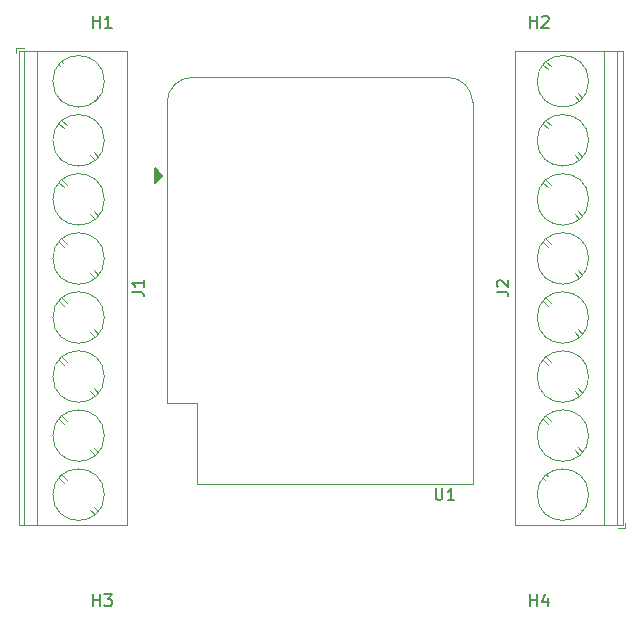
<source format=gbr>
G04 #@! TF.GenerationSoftware,KiCad,Pcbnew,(5.1.5)-3*
G04 #@! TF.CreationDate,2023-11-05T17:35:42+01:00*
G04 #@! TF.ProjectId,wemos_test_board_0,77656d6f-735f-4746-9573-745f626f6172,rev?*
G04 #@! TF.SameCoordinates,Original*
G04 #@! TF.FileFunction,Legend,Top*
G04 #@! TF.FilePolarity,Positive*
%FSLAX46Y46*%
G04 Gerber Fmt 4.6, Leading zero omitted, Abs format (unit mm)*
G04 Created by KiCad (PCBNEW (5.1.5)-3) date 2023-11-05 17:35:42*
%MOMM*%
%LPD*%
G04 APERTURE LIST*
%ADD10C,0.120000*%
%ADD11C,0.150000*%
G04 APERTURE END LIST*
D10*
X134040000Y-93220000D02*
X134040000Y-100120000D01*
X131500000Y-93220000D02*
X134040000Y-93220000D01*
D11*
G36*
X130460000Y-73365000D02*
G01*
X130460000Y-74635000D01*
X131095000Y-74000000D01*
X130460000Y-73365000D01*
G37*
X130460000Y-73365000D02*
X130460000Y-74635000D01*
X131095000Y-74000000D01*
X130460000Y-73365000D01*
D10*
X155240000Y-65660000D02*
X133630000Y-65660000D01*
X157360000Y-100120000D02*
X157360000Y-67790000D01*
X131500000Y-93220000D02*
X131500000Y-67790000D01*
X134040000Y-100120000D02*
X157360000Y-100120000D01*
X155230000Y-65660000D02*
G75*
G02X157360000Y-67790000I0J-2130000D01*
G01*
X131500000Y-67790000D02*
G75*
G02X133630000Y-65660000I2130000J0D01*
G01*
X170300000Y-103800000D02*
X170300000Y-103400000D01*
X169660000Y-103800000D02*
X170300000Y-103800000D01*
X165992000Y-67258000D02*
X166388000Y-67653000D01*
X163346000Y-64612000D02*
X163726000Y-64992000D01*
X166274000Y-67007000D02*
X166654000Y-67387000D01*
X163612000Y-64346000D02*
X164008000Y-64741000D01*
X165992000Y-72258000D02*
X166388000Y-72653000D01*
X163346000Y-69612000D02*
X163726000Y-69992000D01*
X166274000Y-72007000D02*
X166654000Y-72387000D01*
X163612000Y-69346000D02*
X164008000Y-69741000D01*
X165992000Y-77258000D02*
X166388000Y-77653000D01*
X163346000Y-74612000D02*
X163726000Y-74992000D01*
X166274000Y-77007000D02*
X166654000Y-77387000D01*
X163612000Y-74346000D02*
X164008000Y-74741000D01*
X165992000Y-82258000D02*
X166388000Y-82653000D01*
X163346000Y-79612000D02*
X163726000Y-79992000D01*
X166274000Y-82007000D02*
X166654000Y-82387000D01*
X163612000Y-79346000D02*
X164008000Y-79741000D01*
X165992000Y-87258000D02*
X166388000Y-87653000D01*
X163346000Y-84612000D02*
X163726000Y-84992000D01*
X166274000Y-87007000D02*
X166654000Y-87387000D01*
X163612000Y-84346000D02*
X164008000Y-84741000D01*
X165992000Y-92258000D02*
X166388000Y-92653000D01*
X163346000Y-89612000D02*
X163726000Y-89992000D01*
X166274000Y-92007000D02*
X166654000Y-92387000D01*
X163612000Y-89346000D02*
X164008000Y-89741000D01*
X165992000Y-97258000D02*
X166388000Y-97653000D01*
X163346000Y-94612000D02*
X163726000Y-94992000D01*
X166274000Y-97007000D02*
X166654000Y-97387000D01*
X163612000Y-94346000D02*
X164008000Y-94741000D01*
X166281000Y-102548000D02*
X166388000Y-102654000D01*
X163346000Y-99612000D02*
X163453000Y-99719000D01*
X166547000Y-102282000D02*
X166654000Y-102388000D01*
X163612000Y-99346000D02*
X163719000Y-99453000D01*
X160940000Y-63440000D02*
X170060000Y-63440000D01*
X160940000Y-103560000D02*
X170060000Y-103560000D01*
X170060000Y-103560000D02*
X170060000Y-63440000D01*
X160940000Y-103560000D02*
X160940000Y-63440000D01*
X168500000Y-103560000D02*
X168500000Y-63440000D01*
X169600000Y-103560000D02*
X169600000Y-63440000D01*
X167180000Y-66000000D02*
G75*
G03X167180000Y-66000000I-2180000J0D01*
G01*
X167180000Y-71000000D02*
G75*
G03X167180000Y-71000000I-2180000J0D01*
G01*
X167180000Y-76000000D02*
G75*
G03X167180000Y-76000000I-2180000J0D01*
G01*
X167180000Y-81000000D02*
G75*
G03X167180000Y-81000000I-2180000J0D01*
G01*
X167180000Y-86000000D02*
G75*
G03X167180000Y-86000000I-2180000J0D01*
G01*
X167180000Y-91000000D02*
G75*
G03X167180000Y-91000000I-2180000J0D01*
G01*
X167180000Y-96000000D02*
G75*
G03X167180000Y-96000000I-2180000J0D01*
G01*
X167180000Y-101000000D02*
G75*
G03X167180000Y-101000000I-2180000J0D01*
G01*
X118700000Y-63200000D02*
X118700000Y-63600000D01*
X119340000Y-63200000D02*
X118700000Y-63200000D01*
X123008000Y-99742000D02*
X122612000Y-99347000D01*
X125654000Y-102388000D02*
X125274000Y-102008000D01*
X122726000Y-99993000D02*
X122346000Y-99613000D01*
X125388000Y-102654000D02*
X124992000Y-102259000D01*
X123008000Y-94742000D02*
X122612000Y-94347000D01*
X125654000Y-97388000D02*
X125274000Y-97008000D01*
X122726000Y-94993000D02*
X122346000Y-94613000D01*
X125388000Y-97654000D02*
X124992000Y-97259000D01*
X123008000Y-89742000D02*
X122612000Y-89347000D01*
X125654000Y-92388000D02*
X125274000Y-92008000D01*
X122726000Y-89993000D02*
X122346000Y-89613000D01*
X125388000Y-92654000D02*
X124992000Y-92259000D01*
X123008000Y-84742000D02*
X122612000Y-84347000D01*
X125654000Y-87388000D02*
X125274000Y-87008000D01*
X122726000Y-84993000D02*
X122346000Y-84613000D01*
X125388000Y-87654000D02*
X124992000Y-87259000D01*
X123008000Y-79742000D02*
X122612000Y-79347000D01*
X125654000Y-82388000D02*
X125274000Y-82008000D01*
X122726000Y-79993000D02*
X122346000Y-79613000D01*
X125388000Y-82654000D02*
X124992000Y-82259000D01*
X123008000Y-74742000D02*
X122612000Y-74347000D01*
X125654000Y-77388000D02*
X125274000Y-77008000D01*
X122726000Y-74993000D02*
X122346000Y-74613000D01*
X125388000Y-77654000D02*
X124992000Y-77259000D01*
X123008000Y-69742000D02*
X122612000Y-69347000D01*
X125654000Y-72388000D02*
X125274000Y-72008000D01*
X122726000Y-69993000D02*
X122346000Y-69613000D01*
X125388000Y-72654000D02*
X124992000Y-72259000D01*
X122719000Y-64452000D02*
X122612000Y-64346000D01*
X125654000Y-67388000D02*
X125547000Y-67281000D01*
X122453000Y-64718000D02*
X122346000Y-64612000D01*
X125388000Y-67654000D02*
X125281000Y-67547000D01*
X128060000Y-103560000D02*
X118940000Y-103560000D01*
X128060000Y-63440000D02*
X118940000Y-63440000D01*
X118940000Y-63440000D02*
X118940000Y-103560000D01*
X128060000Y-63440000D02*
X128060000Y-103560000D01*
X120500000Y-63440000D02*
X120500000Y-103560000D01*
X119400000Y-63440000D02*
X119400000Y-103560000D01*
X126180000Y-101000000D02*
G75*
G03X126180000Y-101000000I-2180000J0D01*
G01*
X126180000Y-96000000D02*
G75*
G03X126180000Y-96000000I-2180000J0D01*
G01*
X126180000Y-91000000D02*
G75*
G03X126180000Y-91000000I-2180000J0D01*
G01*
X126180000Y-86000000D02*
G75*
G03X126180000Y-86000000I-2180000J0D01*
G01*
X126180000Y-81000000D02*
G75*
G03X126180000Y-81000000I-2180000J0D01*
G01*
X126180000Y-76000000D02*
G75*
G03X126180000Y-76000000I-2180000J0D01*
G01*
X126180000Y-71000000D02*
G75*
G03X126180000Y-71000000I-2180000J0D01*
G01*
X126180000Y-66000000D02*
G75*
G03X126180000Y-66000000I-2180000J0D01*
G01*
D11*
X154238095Y-100452380D02*
X154238095Y-101261904D01*
X154285714Y-101357142D01*
X154333333Y-101404761D01*
X154428571Y-101452380D01*
X154619047Y-101452380D01*
X154714285Y-101404761D01*
X154761904Y-101357142D01*
X154809523Y-101261904D01*
X154809523Y-100452380D01*
X155809523Y-101452380D02*
X155238095Y-101452380D01*
X155523809Y-101452380D02*
X155523809Y-100452380D01*
X155428571Y-100595238D01*
X155333333Y-100690476D01*
X155238095Y-100738095D01*
X159392380Y-83833333D02*
X160106666Y-83833333D01*
X160249523Y-83880952D01*
X160344761Y-83976190D01*
X160392380Y-84119047D01*
X160392380Y-84214285D01*
X159487619Y-83404761D02*
X159440000Y-83357142D01*
X159392380Y-83261904D01*
X159392380Y-83023809D01*
X159440000Y-82928571D01*
X159487619Y-82880952D01*
X159582857Y-82833333D01*
X159678095Y-82833333D01*
X159820952Y-82880952D01*
X160392380Y-83452380D01*
X160392380Y-82833333D01*
X128512380Y-83833333D02*
X129226666Y-83833333D01*
X129369523Y-83880952D01*
X129464761Y-83976190D01*
X129512380Y-84119047D01*
X129512380Y-84214285D01*
X129512380Y-82833333D02*
X129512380Y-83404761D01*
X129512380Y-83119047D02*
X128512380Y-83119047D01*
X128655238Y-83214285D01*
X128750476Y-83309523D01*
X128798095Y-83404761D01*
X162238095Y-110452380D02*
X162238095Y-109452380D01*
X162238095Y-109928571D02*
X162809523Y-109928571D01*
X162809523Y-110452380D02*
X162809523Y-109452380D01*
X163714285Y-109785714D02*
X163714285Y-110452380D01*
X163476190Y-109404761D02*
X163238095Y-110119047D01*
X163857142Y-110119047D01*
X125238095Y-110452380D02*
X125238095Y-109452380D01*
X125238095Y-109928571D02*
X125809523Y-109928571D01*
X125809523Y-110452380D02*
X125809523Y-109452380D01*
X126190476Y-109452380D02*
X126809523Y-109452380D01*
X126476190Y-109833333D01*
X126619047Y-109833333D01*
X126714285Y-109880952D01*
X126761904Y-109928571D01*
X126809523Y-110023809D01*
X126809523Y-110261904D01*
X126761904Y-110357142D01*
X126714285Y-110404761D01*
X126619047Y-110452380D01*
X126333333Y-110452380D01*
X126238095Y-110404761D01*
X126190476Y-110357142D01*
X162238095Y-61452380D02*
X162238095Y-60452380D01*
X162238095Y-60928571D02*
X162809523Y-60928571D01*
X162809523Y-61452380D02*
X162809523Y-60452380D01*
X163238095Y-60547619D02*
X163285714Y-60500000D01*
X163380952Y-60452380D01*
X163619047Y-60452380D01*
X163714285Y-60500000D01*
X163761904Y-60547619D01*
X163809523Y-60642857D01*
X163809523Y-60738095D01*
X163761904Y-60880952D01*
X163190476Y-61452380D01*
X163809523Y-61452380D01*
X125238095Y-61452380D02*
X125238095Y-60452380D01*
X125238095Y-60928571D02*
X125809523Y-60928571D01*
X125809523Y-61452380D02*
X125809523Y-60452380D01*
X126809523Y-61452380D02*
X126238095Y-61452380D01*
X126523809Y-61452380D02*
X126523809Y-60452380D01*
X126428571Y-60595238D01*
X126333333Y-60690476D01*
X126238095Y-60738095D01*
M02*

</source>
